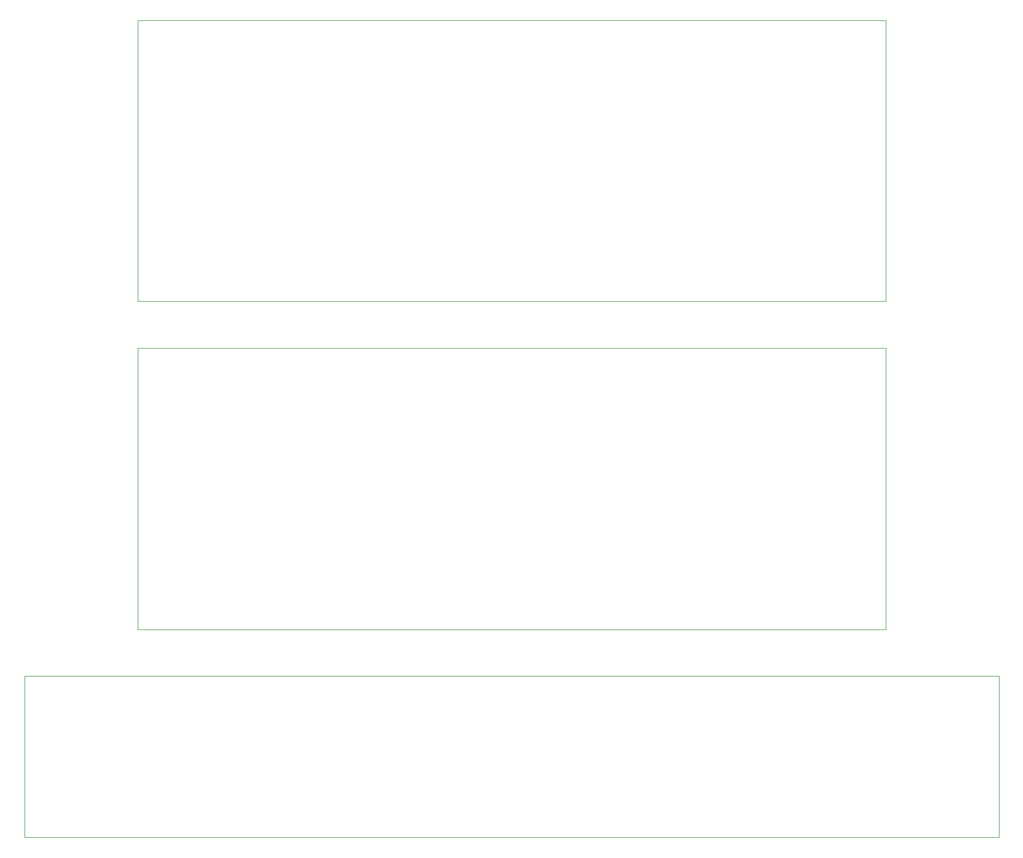
<source format=gbr>
G04 #@! TF.GenerationSoftware,KiCad,Pcbnew,(5.1.6)-1*
G04 #@! TF.CreationDate,2020-08-12T00:52:36-04:00*
G04 #@! TF.ProjectId,TH-XWhatsIt,54482d58-5768-4617-9473-49742e6b6963,0.0.3*
G04 #@! TF.SameCoordinates,Original*
G04 #@! TF.FileFunction,Profile,NP*
%FSLAX46Y46*%
G04 Gerber Fmt 4.6, Leading zero omitted, Abs format (unit mm)*
G04 Created by KiCad (PCBNEW (5.1.6)-1) date 2020-08-12 00:52:36*
%MOMM*%
%LPD*%
G01*
G04 APERTURE LIST*
G04 #@! TA.AperFunction,Profile*
%ADD10C,0.050000*%
G04 #@! TD*
G04 APERTURE END LIST*
D10*
X167246000Y-68968000D02*
X167246000Y-24391000D01*
X48628000Y-68968000D02*
X48628000Y-24391000D01*
X48628000Y-68968000D02*
X167246000Y-68968000D01*
X48628000Y-24391000D02*
X167246000Y-24391000D01*
X48628000Y-120971000D02*
X167246000Y-120971000D01*
X167246000Y-120971000D02*
X167246000Y-76394000D01*
X48628000Y-76394000D02*
X167246000Y-76394000D01*
X48628000Y-120971000D02*
X48628000Y-76394000D01*
X185187000Y-128397000D02*
X30687000Y-128397000D01*
X185187000Y-128397000D02*
X185187000Y-153971000D01*
X30687000Y-153971000D02*
X185187000Y-153971000D01*
X30687000Y-153971000D02*
X30687000Y-128397000D01*
M02*

</source>
